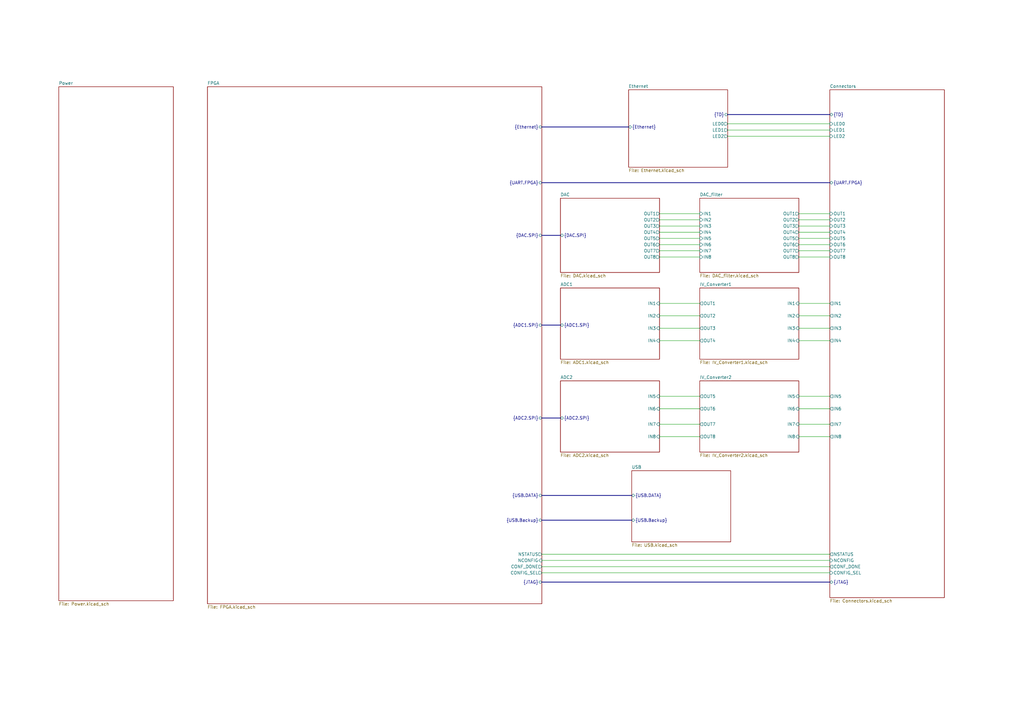
<source format=kicad_sch>
(kicad_sch
	(version 20250114)
	(generator "eeschema")
	(generator_version "9.0")
	(uuid "f9212dfc-041d-4735-9909-f0710f989c56")
	(paper "A3")
	(lib_symbols)
	(bus
		(pts
			(xy 222.25 171.45) (xy 229.87 171.45)
		)
		(stroke
			(width 0)
			(type default)
		)
		(uuid "0a11bb22-1064-4b16-9fcb-dd640c9f1b8b")
	)
	(bus
		(pts
			(xy 222.25 96.52) (xy 229.87 96.52)
		)
		(stroke
			(width 0)
			(type default)
		)
		(uuid "0ff81704-d397-49fb-9aee-1e69358f6984")
	)
	(wire
		(pts
			(xy 327.66 97.79) (xy 340.36 97.79)
		)
		(stroke
			(width 0)
			(type default)
		)
		(uuid "120f3777-b5a0-4e6b-877e-e54a46d92658")
	)
	(bus
		(pts
			(xy 222.25 74.93) (xy 340.36 74.93)
		)
		(stroke
			(width 0)
			(type default)
		)
		(uuid "17e4302f-3d0f-41f7-a5a2-a5d385c96cb8")
	)
	(wire
		(pts
			(xy 270.51 124.46) (xy 287.02 124.46)
		)
		(stroke
			(width 0)
			(type default)
		)
		(uuid "1e35bf3b-61a6-472b-b4fe-5cb013b8d8ca")
	)
	(bus
		(pts
			(xy 222.25 238.76) (xy 340.36 238.76)
		)
		(stroke
			(width 0)
			(type default)
		)
		(uuid "1eb35681-fd39-4823-94ef-cee4a8da73af")
	)
	(bus
		(pts
			(xy 222.25 203.2) (xy 259.08 203.2)
		)
		(stroke
			(width 0)
			(type default)
		)
		(uuid "2d06e4a2-70f2-49ed-b797-6803137f2fdb")
	)
	(wire
		(pts
			(xy 270.51 139.7) (xy 287.02 139.7)
		)
		(stroke
			(width 0)
			(type default)
		)
		(uuid "2eb01f25-2515-4187-9f07-9235bc4d39e1")
	)
	(bus
		(pts
			(xy 222.25 133.35) (xy 229.87 133.35)
		)
		(stroke
			(width 0)
			(type default)
		)
		(uuid "3038fe29-1716-47a4-9efa-26de2b931257")
	)
	(wire
		(pts
			(xy 270.51 173.99) (xy 287.02 173.99)
		)
		(stroke
			(width 0)
			(type default)
		)
		(uuid "3def6fc3-e816-47e4-a624-9769e0d04331")
	)
	(wire
		(pts
			(xy 298.45 55.88) (xy 340.36 55.88)
		)
		(stroke
			(width 0)
			(type default)
		)
		(uuid "3e70a940-3066-42e8-8e81-7a1325a1b34a")
	)
	(wire
		(pts
			(xy 270.51 105.41) (xy 287.02 105.41)
		)
		(stroke
			(width 0)
			(type default)
		)
		(uuid "3f281e84-ed20-4397-9226-9798e47f5f39")
	)
	(wire
		(pts
			(xy 327.66 102.87) (xy 340.36 102.87)
		)
		(stroke
			(width 0)
			(type default)
		)
		(uuid "414d2862-7862-4d17-a9a5-2379bc238b27")
	)
	(wire
		(pts
			(xy 222.25 232.41) (xy 340.36 232.41)
		)
		(stroke
			(width 0)
			(type default)
		)
		(uuid "4708c948-57f8-4b17-acbe-2f0b6308bf11")
	)
	(wire
		(pts
			(xy 270.51 134.62) (xy 287.02 134.62)
		)
		(stroke
			(width 0)
			(type default)
		)
		(uuid "49d61988-5b2f-4059-9764-5e8916bf4adc")
	)
	(wire
		(pts
			(xy 222.25 229.87) (xy 340.36 229.87)
		)
		(stroke
			(width 0)
			(type default)
		)
		(uuid "4f5026a2-b6a1-4928-85bd-53d2bfe5f795")
	)
	(wire
		(pts
			(xy 327.66 167.64) (xy 340.36 167.64)
		)
		(stroke
			(width 0)
			(type default)
		)
		(uuid "55787439-5f69-4ce6-bf4c-b10811b9f05f")
	)
	(wire
		(pts
			(xy 270.51 97.79) (xy 287.02 97.79)
		)
		(stroke
			(width 0)
			(type default)
		)
		(uuid "5b1e43c1-7cb3-40c3-9938-0883fd5ca988")
	)
	(wire
		(pts
			(xy 327.66 134.62) (xy 340.36 134.62)
		)
		(stroke
			(width 0)
			(type default)
		)
		(uuid "5c67e2b7-1540-40e6-8b27-64277f3a5cf1")
	)
	(wire
		(pts
			(xy 270.51 102.87) (xy 287.02 102.87)
		)
		(stroke
			(width 0)
			(type default)
		)
		(uuid "6257a765-2d5f-4e72-a15a-1f22eb7f9198")
	)
	(wire
		(pts
			(xy 270.51 92.71) (xy 287.02 92.71)
		)
		(stroke
			(width 0)
			(type default)
		)
		(uuid "6793b541-29b8-4e21-94c1-5f4fe49f81c8")
	)
	(wire
		(pts
			(xy 327.66 100.33) (xy 340.36 100.33)
		)
		(stroke
			(width 0)
			(type default)
		)
		(uuid "68af76ee-d6e3-4b9a-968c-1869ba9871d8")
	)
	(wire
		(pts
			(xy 270.51 179.07) (xy 287.02 179.07)
		)
		(stroke
			(width 0)
			(type default)
		)
		(uuid "6ba379f1-da90-4f40-9665-81712a386217")
	)
	(wire
		(pts
			(xy 327.66 90.17) (xy 340.36 90.17)
		)
		(stroke
			(width 0)
			(type default)
		)
		(uuid "70cbc6cf-ddf2-4cc0-bb5e-59c47a1b0479")
	)
	(wire
		(pts
			(xy 327.66 129.54) (xy 340.36 129.54)
		)
		(stroke
			(width 0)
			(type default)
		)
		(uuid "75293ce6-e705-41bd-85ee-89f566ef8066")
	)
	(bus
		(pts
			(xy 222.25 213.36) (xy 259.08 213.36)
		)
		(stroke
			(width 0)
			(type default)
		)
		(uuid "7793a241-e61d-4499-9cc5-ff57f1191fc3")
	)
	(wire
		(pts
			(xy 298.45 50.8) (xy 340.36 50.8)
		)
		(stroke
			(width 0)
			(type default)
		)
		(uuid "7905a0cb-dfbe-4a84-8016-5300dcd0dfe9")
	)
	(bus
		(pts
			(xy 222.25 52.07) (xy 257.81 52.07)
		)
		(stroke
			(width 0)
			(type default)
		)
		(uuid "7a3964d4-e8c6-43b8-a06b-16223af92840")
	)
	(wire
		(pts
			(xy 327.66 95.25) (xy 340.36 95.25)
		)
		(stroke
			(width 0)
			(type default)
		)
		(uuid "7a687c8f-1b96-4807-85e3-a8c3675d90dc")
	)
	(wire
		(pts
			(xy 270.51 95.25) (xy 287.02 95.25)
		)
		(stroke
			(width 0)
			(type default)
		)
		(uuid "83a90cdc-4aa1-49c2-b7e6-74ab66dd360b")
	)
	(wire
		(pts
			(xy 270.51 90.17) (xy 287.02 90.17)
		)
		(stroke
			(width 0)
			(type default)
		)
		(uuid "8f45872f-50c7-46a9-beef-49860095b67d")
	)
	(wire
		(pts
			(xy 270.51 129.54) (xy 287.02 129.54)
		)
		(stroke
			(width 0)
			(type default)
		)
		(uuid "9113d1cf-69c3-4bfe-b638-23c027797534")
	)
	(bus
		(pts
			(xy 298.45 46.99) (xy 340.36 46.99)
		)
		(stroke
			(width 0)
			(type default)
		)
		(uuid "928a3bf0-f51e-48dd-bbf1-fadb728512b0")
	)
	(wire
		(pts
			(xy 327.66 87.63) (xy 340.36 87.63)
		)
		(stroke
			(width 0)
			(type default)
		)
		(uuid "a633b474-4b23-4389-906b-8b89164634bd")
	)
	(wire
		(pts
			(xy 270.51 87.63) (xy 287.02 87.63)
		)
		(stroke
			(width 0)
			(type default)
		)
		(uuid "a654bd39-ca3c-49a1-9440-ed9e73aa33ed")
	)
	(wire
		(pts
			(xy 327.66 105.41) (xy 340.36 105.41)
		)
		(stroke
			(width 0)
			(type default)
		)
		(uuid "afae3461-fce6-48a2-bfc2-47ea9706e217")
	)
	(wire
		(pts
			(xy 327.66 92.71) (xy 340.36 92.71)
		)
		(stroke
			(width 0)
			(type default)
		)
		(uuid "bc0a51cc-7598-4431-8e69-36c79b88c867")
	)
	(wire
		(pts
			(xy 327.66 173.99) (xy 340.36 173.99)
		)
		(stroke
			(width 0)
			(type default)
		)
		(uuid "c77aa71c-f201-42fb-8cec-51b48086e79d")
	)
	(wire
		(pts
			(xy 222.25 227.33) (xy 340.36 227.33)
		)
		(stroke
			(width 0)
			(type default)
		)
		(uuid "d564550a-0c3c-49ba-9419-fa3bfe6f8f2d")
	)
	(wire
		(pts
			(xy 270.51 167.64) (xy 287.02 167.64)
		)
		(stroke
			(width 0)
			(type default)
		)
		(uuid "d5935b5c-0bfc-4da2-add1-92318135fc79")
	)
	(wire
		(pts
			(xy 270.51 100.33) (xy 287.02 100.33)
		)
		(stroke
			(width 0)
			(type default)
		)
		(uuid "e2fdcc8e-4244-46ae-bfba-d6d6a37a572b")
	)
	(wire
		(pts
			(xy 327.66 124.46) (xy 340.36 124.46)
		)
		(stroke
			(width 0)
			(type default)
		)
		(uuid "e384541d-9138-4f44-8d69-9f2fe02bfdf0")
	)
	(wire
		(pts
			(xy 327.66 179.07) (xy 340.36 179.07)
		)
		(stroke
			(width 0)
			(type default)
		)
		(uuid "e78fdb46-7720-4df4-946c-606c7157be1b")
	)
	(wire
		(pts
			(xy 270.51 162.56) (xy 287.02 162.56)
		)
		(stroke
			(width 0)
			(type default)
		)
		(uuid "ea309bb6-62dc-4c87-b0a2-de64b4bdde86")
	)
	(wire
		(pts
			(xy 327.66 162.56) (xy 340.36 162.56)
		)
		(stroke
			(width 0)
			(type default)
		)
		(uuid "ead291ef-4808-4b79-b34e-ca23d4ee69e2")
	)
	(wire
		(pts
			(xy 298.45 53.34) (xy 340.36 53.34)
		)
		(stroke
			(width 0)
			(type default)
		)
		(uuid "f3262892-32b0-4dbb-aedf-ccafa37a1dce")
	)
	(wire
		(pts
			(xy 327.66 139.7) (xy 340.36 139.7)
		)
		(stroke
			(width 0)
			(type default)
		)
		(uuid "f79d5ef6-757b-431a-ae56-f5abb3a6a9ae")
	)
	(wire
		(pts
			(xy 222.25 234.95) (xy 340.36 234.95)
		)
		(stroke
			(width 0)
			(type default)
		)
		(uuid "fe05a90f-e70d-4918-9829-55aa339d3450")
	)
	(sheet
		(at 85.09 35.56)
		(size 137.16 212.09)
		(exclude_from_sim no)
		(in_bom yes)
		(on_board yes)
		(dnp no)
		(fields_autoplaced yes)
		(stroke
			(width 0.1524)
			(type solid)
		)
		(fill
			(color 0 0 0 0.0000)
		)
		(uuid "0bea8b33-70f7-432a-b288-54ca96e2b91f")
		(property "Sheetname" "FPGA"
			(at 85.09 34.8484 0)
			(effects
				(font
					(size 1.27 1.27)
				)
				(justify left bottom)
			)
		)
		(property "Sheetfile" "FPGA.kicad_sch"
			(at 85.09 248.2346 0)
			(effects
				(font
					(size 1.27 1.27)
				)
				(justify left top)
			)
		)
		(pin "CONFIG_SEL" output
			(at 222.25 234.95 0)
			(uuid "920ecf7d-5b20-4f7e-a571-938ec51c43f6")
			(effects
				(font
					(size 1.27 1.27)
				)
				(justify right)
			)
		)
		(pin "CONF_DONE" output
			(at 222.25 232.41 0)
			(uuid "d5c0bf95-a4f2-435f-ac01-fdb218322d01")
			(effects
				(font
					(size 1.27 1.27)
				)
				(justify right)
			)
		)
		(pin "NCONFIG" input
			(at 222.25 229.87 0)
			(uuid "cd438183-ee2e-4c44-ab63-5e977ebeda34")
			(effects
				(font
					(size 1.27 1.27)
				)
				(justify right)
			)
		)
		(pin "NSTATUS" output
			(at 222.25 227.33 0)
			(uuid "ee08284b-09ca-4ff9-be67-28f907a4fdb1")
			(effects
				(font
					(size 1.27 1.27)
				)
				(justify right)
			)
		)
		(pin "{JTAG}" bidirectional
			(at 222.25 238.76 0)
			(uuid "f32c50cf-fd98-445f-8e51-1e2bb1c2b454")
			(effects
				(font
					(size 1.27 1.27)
				)
				(justify right)
			)
		)
		(pin "{DAC.SPI}" bidirectional
			(at 222.25 96.52 0)
			(uuid "fa99e56f-8800-44b3-9886-2e88e2f9606d")
			(effects
				(font
					(size 1.27 1.27)
				)
				(justify right)
			)
		)
		(pin "{ADC2.SPI}" bidirectional
			(at 222.25 171.45 0)
			(uuid "abeebab5-b443-40fc-bce3-638949eaa5cb")
			(effects
				(font
					(size 1.27 1.27)
				)
				(justify right)
			)
		)
		(pin "{Ethernet}" bidirectional
			(at 222.25 52.07 0)
			(uuid "200a889e-1c73-4ca4-a2e7-3dd487cf491d")
			(effects
				(font
					(size 1.27 1.27)
				)
				(justify right)
			)
		)
		(pin "{ADC1.SPI}" bidirectional
			(at 222.25 133.35 0)
			(uuid "b62caaf9-3ef8-4be3-9ec2-f8fca9eb22c2")
			(effects
				(font
					(size 1.27 1.27)
				)
				(justify right)
			)
		)
		(pin "{USB.DATA}" bidirectional
			(at 222.25 203.2 0)
			(uuid "f90c2d2e-59fe-4b67-8467-e0a6cf2b147b")
			(effects
				(font
					(size 1.27 1.27)
				)
				(justify right)
			)
		)
		(pin "{USB.Backup}" bidirectional
			(at 222.25 213.36 0)
			(uuid "8f4d4c10-bf74-4782-9686-5287049505dc")
			(effects
				(font
					(size 1.27 1.27)
				)
				(justify right)
			)
		)
		(pin "{UART.FPGA}" bidirectional
			(at 222.25 74.93 0)
			(uuid "b593f2e9-1e1d-446c-a7ab-66a97ad62434")
			(effects
				(font
					(size 1.27 1.27)
				)
				(justify right)
			)
		)
		(instances
			(project "Nanopipets"
				(path "/f9212dfc-041d-4735-9909-f0710f989c56"
					(page "9")
				)
			)
		)
	)
	(sheet
		(at 287.02 156.21)
		(size 40.64 29.21)
		(exclude_from_sim no)
		(in_bom yes)
		(on_board yes)
		(dnp no)
		(fields_autoplaced yes)
		(stroke
			(width 0.1524)
			(type solid)
		)
		(fill
			(color 0 0 0 0.0000)
		)
		(uuid "1b58aa1c-e8f6-45e9-b7a4-c346248807ec")
		(property "Sheetname" "IV_Converter2"
			(at 287.02 155.4984 0)
			(effects
				(font
					(size 1.27 1.27)
				)
				(justify left bottom)
			)
		)
		(property "Sheetfile" "IV_Converter2.kicad_sch"
			(at 287.02 186.0046 0)
			(effects
				(font
					(size 1.27 1.27)
				)
				(justify left top)
			)
		)
		(pin "IN5" input
			(at 327.66 162.56 0)
			(uuid "e9cbc221-147e-496d-ad20-6246f2d40d1f")
			(effects
				(font
					(size 1.27 1.27)
				)
				(justify right)
			)
		)
		(pin "IN6" input
			(at 327.66 167.64 0)
			(uuid "cc5b731b-1ac5-491b-8fff-cc92d2094bae")
			(effects
				(font
					(size 1.27 1.27)
				)
				(justify right)
			)
		)
		(pin "IN7" input
			(at 327.66 173.99 0)
			(uuid "ead6d186-ae41-44d7-8e0a-7022afcd8a1d")
			(effects
				(font
					(size 1.27 1.27)
				)
				(justify right)
			)
		)
		(pin "IN8" input
			(at 327.66 179.07 0)
			(uuid "6956e4cc-0443-4aea-a6d6-523201b2f774")
			(effects
				(font
					(size 1.27 1.27)
				)
				(justify right)
			)
		)
		(pin "OUT5" output
			(at 287.02 162.56 180)
			(uuid "d894e4ac-bdfc-4017-8d1c-8b4e9d8f888c")
			(effects
				(font
					(size 1.27 1.27)
				)
				(justify left)
			)
		)
		(pin "OUT6" output
			(at 287.02 167.64 180)
			(uuid "40b688b6-acb4-41e8-887e-7a585e01ec68")
			(effects
				(font
					(size 1.27 1.27)
				)
				(justify left)
			)
		)
		(pin "OUT7" output
			(at 287.02 173.99 180)
			(uuid "7cb9099b-0761-4b63-82d6-010905fb70cf")
			(effects
				(font
					(size 1.27 1.27)
				)
				(justify left)
			)
		)
		(pin "OUT8" output
			(at 287.02 179.07 180)
			(uuid "958710a6-b439-4cb9-8ade-5f5022126f32")
			(effects
				(font
					(size 1.27 1.27)
				)
				(justify left)
			)
		)
		(instances
			(project "Nanopipets"
				(path "/f9212dfc-041d-4735-9909-f0710f989c56"
					(page "5")
				)
			)
		)
	)
	(sheet
		(at 340.36 36.83)
		(size 46.99 208.28)
		(exclude_from_sim no)
		(in_bom yes)
		(on_board yes)
		(dnp no)
		(fields_autoplaced yes)
		(stroke
			(width 0.1524)
			(type solid)
		)
		(fill
			(color 0 0 0 0.0000)
		)
		(uuid "3edbdbf2-2dd7-48cf-a6e3-8e4bae1921b5")
		(property "Sheetname" "Connectors"
			(at 340.36 36.1184 0)
			(effects
				(font
					(size 1.27 1.27)
				)
				(justify left bottom)
			)
		)
		(property "Sheetfile" "Connectors.kicad_sch"
			(at 340.36 245.6946 0)
			(effects
				(font
					(size 1.27 1.27)
				)
				(justify left top)
			)
		)
		(pin "CONFIG_SEL" input
			(at 340.36 234.95 180)
			(uuid "0a3e312d-e411-4a2a-b4cc-efeff48c119c")
			(effects
				(font
					(size 1.27 1.27)
				)
				(justify left)
			)
		)
		(pin "CONF_DONE" output
			(at 340.36 232.41 180)
			(uuid "e4eb2cd6-7061-4e4c-b230-3657d8e43fe6")
			(effects
				(font
					(size 1.27 1.27)
				)
				(justify left)
			)
		)
		(pin "NCONFIG" input
			(at 340.36 229.87 180)
			(uuid "c5624814-263c-4516-8c65-d4a4087331a2")
			(effects
				(font
					(size 1.27 1.27)
				)
				(justify left)
			)
		)
		(pin "NSTATUS" output
			(at 340.36 227.33 180)
			(uuid "b0fa7102-b0a4-4a6c-852e-d32551b56fe1")
			(effects
				(font
					(size 1.27 1.27)
				)
				(justify left)
			)
		)
		(pin "{JTAG}" bidirectional
			(at 340.36 238.76 180)
			(uuid "4c83031f-cf6b-474a-b665-3657d542e894")
			(effects
				(font
					(size 1.27 1.27)
				)
				(justify left)
			)
		)
		(pin "OUT1" input
			(at 340.36 87.63 180)
			(uuid "ad38dd86-d709-428c-bfdd-f4bc35b6f480")
			(effects
				(font
					(size 1.27 1.27)
				)
				(justify left)
			)
		)
		(pin "OUT2" input
			(at 340.36 90.17 180)
			(uuid "6f312943-86c2-40b1-a1b2-a0468ebc7306")
			(effects
				(font
					(size 1.27 1.27)
				)
				(justify left)
			)
		)
		(pin "OUT3" input
			(at 340.36 92.71 180)
			(uuid "4d98b9b4-556b-4c3f-8404-1a720b948536")
			(effects
				(font
					(size 1.27 1.27)
				)
				(justify left)
			)
		)
		(pin "OUT4" input
			(at 340.36 95.25 180)
			(uuid "aeea3511-cfd1-4357-996b-799a22c56b34")
			(effects
				(font
					(size 1.27 1.27)
				)
				(justify left)
			)
		)
		(pin "OUT5" input
			(at 340.36 97.79 180)
			(uuid "23e7663d-c5b8-4e1c-84bd-bd7ef495b5b3")
			(effects
				(font
					(size 1.27 1.27)
				)
				(justify left)
			)
		)
		(pin "OUT6" input
			(at 340.36 100.33 180)
			(uuid "023e6223-7532-4dc0-a2e3-4adb06e8e77c")
			(effects
				(font
					(size 1.27 1.27)
				)
				(justify left)
			)
		)
		(pin "OUT7" input
			(at 340.36 102.87 180)
			(uuid "ed6598c6-1bbe-4b42-bdbd-f43482bbe3e6")
			(effects
				(font
					(size 1.27 1.27)
				)
				(justify left)
			)
		)
		(pin "OUT8" input
			(at 340.36 105.41 180)
			(uuid "1af86abd-bd65-4e75-a06c-f916f0577bf3")
			(effects
				(font
					(size 1.27 1.27)
				)
				(justify left)
			)
		)
		(pin "IN1" output
			(at 340.36 124.46 180)
			(uuid "973b2c50-a6a5-4bd8-b23b-970432711820")
			(effects
				(font
					(size 1.27 1.27)
				)
				(justify left)
			)
		)
		(pin "IN2" output
			(at 340.36 129.54 180)
			(uuid "5ae33da8-01b3-4964-beb6-10a8087a3820")
			(effects
				(font
					(size 1.27 1.27)
				)
				(justify left)
			)
		)
		(pin "IN3" output
			(at 340.36 134.62 180)
			(uuid "ad4b4dca-3f37-4fd1-a82f-fd161b86986e")
			(effects
				(font
					(size 1.27 1.27)
				)
				(justify left)
			)
		)
		(pin "IN4" output
			(at 340.36 139.7 180)
			(uuid "f63fdc60-1567-4f53-8370-0ceaa906cc0e")
			(effects
				(font
					(size 1.27 1.27)
				)
				(justify left)
			)
		)
		(pin "IN5" output
			(at 340.36 162.56 180)
			(uuid "09a5f63d-18c6-4fca-b3d2-3edd06466b51")
			(effects
				(font
					(size 1.27 1.27)
				)
				(justify left)
			)
		)
		(pin "IN6" output
			(at 340.36 167.64 180)
			(uuid "b2d71553-fb8d-481d-a277-8cb9f347a7c4")
			(effects
				(font
					(size 1.27 1.27)
				)
				(justify left)
			)
		)
		(pin "IN7" output
			(at 340.36 173.99 180)
			(uuid "2847ea59-e7e9-4ccb-8a04-ee2628eac1df")
			(effects
				(font
					(size 1.27 1.27)
				)
				(justify left)
			)
		)
		(pin "IN8" output
			(at 340.36 179.07 180)
			(uuid "5a5d437e-e977-4e88-8acf-ea3bd369e932")
			(effects
				(font
					(size 1.27 1.27)
				)
				(justify left)
			)
		)
		(pin "LED0" input
			(at 340.36 50.8 180)
			(uuid "e2a656fe-5e8a-4ecd-9eda-3401bf1bed11")
			(effects
				(font
					(size 1.27 1.27)
				)
				(justify left)
			)
		)
		(pin "LED1" input
			(at 340.36 53.34 180)
			(uuid "160ba41c-b516-44a7-ae05-3c29b03977cb")
			(effects
				(font
					(size 1.27 1.27)
				)
				(justify left)
			)
		)
		(pin "LED2" input
			(at 340.36 55.88 180)
			(uuid "46a7d41b-e6ed-4197-9cc0-d0a77335661a")
			(effects
				(font
					(size 1.27 1.27)
				)
				(justify left)
			)
		)
		(pin "{TD}" bidirectional
			(at 340.36 46.99 180)
			(uuid "c1611435-c8c7-4c73-91fe-09809dc8fa78")
			(effects
				(font
					(size 1.27 1.27)
				)
				(justify left)
			)
		)
		(pin "{UART.FPGA}" bidirectional
			(at 340.36 74.93 180)
			(uuid "d1ee9404-dfe9-4335-a618-b8981d4e3811")
			(effects
				(font
					(size 1.27 1.27)
				)
				(justify left)
			)
		)
		(instances
			(project "Nanopipets"
				(path "/f9212dfc-041d-4735-9909-f0710f989c56"
					(page "12")
				)
			)
		)
	)
	(sheet
		(at 287.02 118.11)
		(size 40.64 29.21)
		(exclude_from_sim no)
		(in_bom yes)
		(on_board yes)
		(dnp no)
		(fields_autoplaced yes)
		(stroke
			(width 0.1524)
			(type solid)
		)
		(fill
			(color 0 0 0 0.0000)
		)
		(uuid "6200e73e-29f9-4c03-b4c6-02c5c59af200")
		(property "Sheetname" "IV_Converter1"
			(at 287.02 117.3984 0)
			(effects
				(font
					(size 1.27 1.27)
				)
				(justify left bottom)
			)
		)
		(property "Sheetfile" "IV_Converter1.kicad_sch"
			(at 287.02 147.9046 0)
			(effects
				(font
					(size 1.27 1.27)
				)
				(justify left top)
			)
		)
		(pin "IN1" input
			(at 327.66 124.46 0)
			(uuid "c8f05603-753c-4fec-9d71-adefd3846230")
			(effects
				(font
					(size 1.27 1.27)
				)
				(justify right)
			)
		)
		(pin "IN2" input
			(at 327.66 129.54 0)
			(uuid "23a47ae4-ef66-4017-8146-3d620a651b03")
			(effects
				(font
					(size 1.27 1.27)
				)
				(justify right)
			)
		)
		(pin "IN3" input
			(at 327.66 134.62 0)
			(uuid "296d6534-9189-4214-bf6d-e631a172fd2f")
			(effects
				(font
					(size 1.27 1.27)
				)
				(justify right)
			)
		)
		(pin "IN4" input
			(at 327.66 139.7 0)
			(uuid "943f0551-87a3-408f-bab8-4bfc680a07c9")
			(effects
				(font
					(size 1.27 1.27)
				)
				(justify right)
			)
		)
		(pin "OUT1" output
			(at 287.02 124.46 180)
			(uuid "2c8936b7-531b-4cf1-93d5-0b1b025aa2a8")
			(effects
				(font
					(size 1.27 1.27)
				)
				(justify left)
			)
		)
		(pin "OUT2" output
			(at 287.02 129.54 180)
			(uuid "b321a0ed-d403-4a0f-8599-04b948d0b091")
			(effects
				(font
					(size 1.27 1.27)
				)
				(justify left)
			)
		)
		(pin "OUT3" output
			(at 287.02 134.62 180)
			(uuid "980f4eaa-3991-4a9c-b03e-504763d48663")
			(effects
				(font
					(size 1.27 1.27)
				)
				(justify left)
			)
		)
		(pin "OUT4" output
			(at 287.02 139.7 180)
			(uuid "3addec24-2ecc-4f58-b10d-8521f658a3ac")
			(effects
				(font
					(size 1.27 1.27)
				)
				(justify left)
			)
		)
		(instances
			(project "Nanopipets"
				(path "/f9212dfc-041d-4735-9909-f0710f989c56"
					(page "3")
				)
			)
		)
	)
	(sheet
		(at 24.13 35.56)
		(size 46.99 210.82)
		(exclude_from_sim no)
		(in_bom yes)
		(on_board yes)
		(dnp no)
		(fields_autoplaced yes)
		(stroke
			(width 0.1524)
			(type solid)
		)
		(fill
			(color 0 0 0 0.0000)
		)
		(uuid "914c41c5-8a16-4324-8b82-5575c9a5ca06")
		(property "Sheetname" "Power"
			(at 24.13 34.8484 0)
			(effects
				(font
					(size 1.27 1.27)
				)
				(justify left bottom)
			)
		)
		(property "Sheetfile" "Power.kicad_sch"
			(at 24.13 246.9646 0)
			(effects
				(font
					(size 1.27 1.27)
				)
				(justify left top)
			)
		)
		(instances
			(project "Nanopipets"
				(path "/f9212dfc-041d-4735-9909-f0710f989c56"
					(page "2")
				)
			)
		)
	)
	(sheet
		(at 229.87 81.28)
		(size 40.64 30.48)
		(exclude_from_sim no)
		(in_bom yes)
		(on_board yes)
		(dnp no)
		(fields_autoplaced yes)
		(stroke
			(width 0.1524)
			(type solid)
		)
		(fill
			(color 0 0 0 0.0000)
		)
		(uuid "ae615188-f03b-4d22-b182-4724bb6c0b06")
		(property "Sheetname" "DAC"
			(at 229.87 80.5684 0)
			(effects
				(font
					(size 1.27 1.27)
				)
				(justify left bottom)
			)
		)
		(property "Sheetfile" "DAC.kicad_sch"
			(at 229.87 112.3446 0)
			(effects
				(font
					(size 1.27 1.27)
				)
				(justify left top)
			)
		)
		(pin "OUT1" output
			(at 270.51 87.63 0)
			(uuid "33ee5feb-2aca-437f-9b59-08f7e97e06a3")
			(effects
				(font
					(size 1.27 1.27)
				)
				(justify right)
			)
		)
		(pin "OUT2" output
			(at 270.51 90.17 0)
			(uuid "e6d6b170-ea87-41da-81c9-5440781dd6c9")
			(effects
				(font
					(size 1.27 1.27)
				)
				(justify right)
			)
		)
		(pin "OUT3" output
			(at 270.51 92.71 0)
			(uuid "fb6b42b4-f5b4-4150-ab34-4d5a5d528688")
			(effects
				(font
					(size 1.27 1.27)
				)
				(justify right)
			)
		)
		(pin "OUT4" output
			(at 270.51 95.25 0)
			(uuid "07bde498-5a98-4490-b7e6-bb5d1316270d")
			(effects
				(font
					(size 1.27 1.27)
				)
				(justify right)
			)
		)
		(pin "OUT5" output
			(at 270.51 97.79 0)
			(uuid "858d384c-716a-4ea1-b93e-77db88b20a03")
			(effects
				(font
					(size 1.27 1.27)
				)
				(justify right)
			)
		)
		(pin "OUT6" output
			(at 270.51 100.33 0)
			(uuid "63c423e3-6486-4fd8-96fd-814f710d27a2")
			(effects
				(font
					(size 1.27 1.27)
				)
				(justify right)
			)
		)
		(pin "OUT7" output
			(at 270.51 102.87 0)
			(uuid "65702e22-e718-45a3-aa9f-ca307d720693")
			(effects
				(font
					(size 1.27 1.27)
				)
				(justify right)
			)
		)
		(pin "OUT8" output
			(at 270.51 105.41 0)
			(uuid "296ccd0f-77a1-45fc-b774-f07543504925")
			(effects
				(font
					(size 1.27 1.27)
				)
				(justify right)
			)
		)
		(pin "{DAC.SPI}" bidirectional
			(at 229.87 96.52 180)
			(uuid "9a74dcd6-b0c7-4a23-b464-c175c247831a")
			(effects
				(font
					(size 1.27 1.27)
				)
				(justify left)
			)
		)
		(instances
			(project "Nanopipets"
				(path "/f9212dfc-041d-4735-9909-f0710f989c56"
					(page "7")
				)
			)
		)
	)
	(sheet
		(at 229.87 118.11)
		(size 40.64 29.21)
		(exclude_from_sim no)
		(in_bom yes)
		(on_board yes)
		(dnp no)
		(fields_autoplaced yes)
		(stroke
			(width 0.1524)
			(type solid)
		)
		(fill
			(color 0 0 0 0.0000)
		)
		(uuid "b5363dca-7132-458e-8e48-1e649ee97b5f")
		(property "Sheetname" "ADC1"
			(at 229.87 117.3984 0)
			(effects
				(font
					(size 1.27 1.27)
				)
				(justify left bottom)
			)
		)
		(property "Sheetfile" "ADC1.kicad_sch"
			(at 229.87 147.9046 0)
			(effects
				(font
					(size 1.27 1.27)
				)
				(justify left top)
			)
		)
		(pin "{ADC1.SPI}" bidirectional
			(at 229.87 133.35 180)
			(uuid "d0861796-387d-470c-9e76-0135e69fa5f8")
			(effects
				(font
					(size 1.27 1.27)
				)
				(justify left)
			)
		)
		(pin "IN1" input
			(at 270.51 124.46 0)
			(uuid "1a41961d-ced7-40cd-92ce-6761ddc28414")
			(effects
				(font
					(size 1.27 1.27)
				)
				(justify right)
			)
		)
		(pin "IN2" input
			(at 270.51 129.54 0)
			(uuid "c21fd743-fb2e-44ce-830e-2b2d68c45b7f")
			(effects
				(font
					(size 1.27 1.27)
				)
				(justify right)
			)
		)
		(pin "IN3" input
			(at 270.51 134.62 0)
			(uuid "6dfd5a95-5100-48ab-b0f9-bf2fde9682b7")
			(effects
				(font
					(size 1.27 1.27)
				)
				(justify right)
			)
		)
		(pin "IN4" input
			(at 270.51 139.7 0)
			(uuid "aee3054a-c195-4814-8a1e-4d8094522efa")
			(effects
				(font
					(size 1.27 1.27)
				)
				(justify right)
			)
		)
		(instances
			(project "Nanopipets"
				(path "/f9212dfc-041d-4735-9909-f0710f989c56"
					(page "4")
				)
			)
		)
	)
	(sheet
		(at 287.02 81.28)
		(size 40.64 30.48)
		(exclude_from_sim no)
		(in_bom yes)
		(on_board yes)
		(dnp no)
		(fields_autoplaced yes)
		(stroke
			(width 0.1524)
			(type solid)
		)
		(fill
			(color 0 0 0 0.0000)
		)
		(uuid "d55f713f-4c5a-4d7b-b68b-5af9e4549bd9")
		(property "Sheetname" "DAC_filter"
			(at 287.02 80.5684 0)
			(effects
				(font
					(size 1.27 1.27)
				)
				(justify left bottom)
			)
		)
		(property "Sheetfile" "DAC_filter.kicad_sch"
			(at 287.02 112.3446 0)
			(effects
				(font
					(size 1.27 1.27)
				)
				(justify left top)
			)
		)
		(pin "IN1" input
			(at 287.02 87.63 180)
			(uuid "7bbdfc2b-c3db-4679-acf6-c8b11c6ccd39")
			(effects
				(font
					(size 1.27 1.27)
				)
				(justify left)
			)
		)
		(pin "IN2" input
			(at 287.02 90.17 180)
			(uuid "7bb2a00b-f2f3-4b77-abd4-4e7c34048523")
			(effects
				(font
					(size 1.27 1.27)
				)
				(justify left)
			)
		)
		(pin "IN3" input
			(at 287.02 92.71 180)
			(uuid "1b2311b1-d320-419d-8384-6f489d726c2b")
			(effects
				(font
					(size 1.27 1.27)
				)
				(justify left)
			)
		)
		(pin "IN4" input
			(at 287.02 95.25 180)
			(uuid "c8407a35-7432-4954-a7a6-3cea3e13673f")
			(effects
				(font
					(size 1.27 1.27)
				)
				(justify left)
			)
		)
		(pin "IN5" input
			(at 287.02 97.79 180)
			(uuid "e91a0874-34f0-4f09-8c78-96e442835e29")
			(effects
				(font
					(size 1.27 1.27)
				)
				(justify left)
			)
		)
		(pin "IN6" input
			(at 287.02 100.33 180)
			(uuid "ba6087dc-10ab-43fa-a755-81f39896e3b7")
			(effects
				(font
					(size 1.27 1.27)
				)
				(justify left)
			)
		)
		(pin "IN7" input
			(at 287.02 102.87 180)
			(uuid "2772a771-37b2-4118-a909-8a1eef67765c")
			(effects
				(font
					(size 1.27 1.27)
				)
				(justify left)
			)
		)
		(pin "OUT1" output
			(at 327.66 87.63 0)
			(uuid "33b0d6dc-f634-49ad-bcae-acc50efd60e5")
			(effects
				(font
					(size 1.27 1.27)
				)
				(justify right)
			)
		)
		(pin "OUT2" output
			(at 327.66 90.17 0)
			(uuid "5e0eb2e1-5ef1-49c0-b677-0bb44486569c")
			(effects
				(font
					(size 1.27 1.27)
				)
				(justify right)
			)
		)
		(pin "OUT3" output
			(at 327.66 92.71 0)
			(uuid "4fa3b6cc-6836-4818-82ef-da4fbf41f29e")
			(effects
				(font
					(size 1.27 1.27)
				)
				(justify right)
			)
		)
		(pin "OUT4" output
			(at 327.66 95.25 0)
			(uuid "902a8595-3ed9-4702-ac34-5323e6484b70")
			(effects
				(font
					(size 1.27 1.27)
				)
				(justify right)
			)
		)
		(pin "OUT5" output
			(at 327.66 97.79 0)
			(uuid "89082e6c-2f25-47fd-917b-c85412087a3a")
			(effects
				(font
					(size 1.27 1.27)
				)
				(justify right)
			)
		)
		(pin "OUT6" output
			(at 327.66 100.33 0)
			(uuid "a49a1f41-cf12-467b-8448-f8bfa1844997")
			(effects
				(font
					(size 1.27 1.27)
				)
				(justify right)
			)
		)
		(pin "OUT7" output
			(at 327.66 102.87 0)
			(uuid "c025bbc9-fa66-47a1-b419-1dd803d0fc48")
			(effects
				(font
					(size 1.27 1.27)
				)
				(justify right)
			)
		)
		(pin "IN8" input
			(at 287.02 105.41 180)
			(uuid "d7ed70c5-2f8e-48ac-b62f-5e7b5fb43372")
			(effects
				(font
					(size 1.27 1.27)
				)
				(justify left)
			)
		)
		(pin "OUT8" output
			(at 327.66 105.41 0)
			(uuid "cbd430cb-5d89-4f99-b32f-21c61fa71814")
			(effects
				(font
					(size 1.27 1.27)
				)
				(justify right)
			)
		)
		(instances
			(project "Nanopipets"
				(path "/f9212dfc-041d-4735-9909-f0710f989c56"
					(page "8")
				)
			)
		)
	)
	(sheet
		(at 229.87 156.21)
		(size 40.64 29.21)
		(exclude_from_sim no)
		(in_bom yes)
		(on_board yes)
		(dnp no)
		(fields_autoplaced yes)
		(stroke
			(width 0.1524)
			(type solid)
		)
		(fill
			(color 0 0 0 0.0000)
		)
		(uuid "d9bd73a9-cd35-4d02-9bb6-4085f26ff0df")
		(property "Sheetname" "ADC2"
			(at 229.87 155.4984 0)
			(effects
				(font
					(size 1.27 1.27)
				)
				(justify left bottom)
			)
		)
		(property "Sheetfile" "ADC2.kicad_sch"
			(at 229.87 186.0046 0)
			(effects
				(font
					(size 1.27 1.27)
				)
				(justify left top)
			)
		)
		(pin "{ADC2.SPI}" bidirectional
			(at 229.87 171.45 180)
			(uuid "243f83e4-40f3-455d-813b-6cdbeb39f30f")
			(effects
				(font
					(size 1.27 1.27)
				)
				(justify left)
			)
		)
		(pin "IN5" input
			(at 270.51 162.56 0)
			(uuid "081db5ec-0876-47ac-b3e2-bdaabd188520")
			(effects
				(font
					(size 1.27 1.27)
				)
				(justify right)
			)
		)
		(pin "IN6" input
			(at 270.51 167.64 0)
			(uuid "5c50beb8-31b9-4c72-92d8-4374a602adeb")
			(effects
				(font
					(size 1.27 1.27)
				)
				(justify right)
			)
		)
		(pin "IN7" input
			(at 270.51 173.99 0)
			(uuid "89ffbf75-b63d-4d32-8f40-8694dfe5966e")
			(effects
				(font
					(size 1.27 1.27)
				)
				(justify right)
			)
		)
		(pin "IN8" input
			(at 270.51 179.07 0)
			(uuid "12a20904-790f-4398-a856-cf3e89543b3f")
			(effects
				(font
					(size 1.27 1.27)
				)
				(justify right)
			)
		)
		(instances
			(project "Nanopipets"
				(path "/f9212dfc-041d-4735-9909-f0710f989c56"
					(page "6")
				)
			)
		)
	)
	(sheet
		(at 259.08 193.04)
		(size 40.64 29.21)
		(exclude_from_sim no)
		(in_bom yes)
		(on_board yes)
		(dnp no)
		(fields_autoplaced yes)
		(stroke
			(width 0.1524)
			(type solid)
		)
		(fill
			(color 0 0 0 0.0000)
		)
		(uuid "e7e854af-e580-483e-bac8-4b69cafb448e")
		(property "Sheetname" "USB"
			(at 259.08 192.3284 0)
			(effects
				(font
					(size 1.27 1.27)
				)
				(justify left bottom)
			)
		)
		(property "Sheetfile" "USB.kicad_sch"
			(at 259.08 222.8346 0)
			(effects
				(font
					(size 1.27 1.27)
				)
				(justify left top)
			)
		)
		(pin "{USB.Backup}" bidirectional
			(at 259.08 213.36 180)
			(uuid "6ecf5684-94a6-4d2b-a82a-498964b7c23d")
			(effects
				(font
					(size 1.27 1.27)
				)
				(justify left)
			)
		)
		(pin "{USB.DATA}" bidirectional
			(at 259.08 203.2 180)
			(uuid "a7b88b63-04b8-44ed-a52d-a95f967b26f4")
			(effects
				(font
					(size 1.27 1.27)
				)
				(justify left)
			)
		)
		(instances
			(project "Nanopipets"
				(path "/f9212dfc-041d-4735-9909-f0710f989c56"
					(page "11")
				)
			)
		)
	)
	(sheet
		(at 257.81 36.83)
		(size 40.64 31.75)
		(exclude_from_sim no)
		(in_bom yes)
		(on_board yes)
		(dnp no)
		(fields_autoplaced yes)
		(stroke
			(width 0.1524)
			(type solid)
		)
		(fill
			(color 0 0 0 0.0000)
		)
		(uuid "e9d8a85f-3f2d-4117-988d-fdabde479dba")
		(property "Sheetname" "Ethernet"
			(at 257.81 36.1184 0)
			(effects
				(font
					(size 1.27 1.27)
				)
				(justify left bottom)
			)
		)
		(property "Sheetfile" "Ethernet.kicad_sch"
			(at 257.81 69.1646 0)
			(effects
				(font
					(size 1.27 1.27)
				)
				(justify left top)
			)
		)
		(pin "{Ethernet}" bidirectional
			(at 257.81 52.07 180)
			(uuid "cceed73b-6025-4936-ae40-f109af73eb41")
			(effects
				(font
					(size 1.27 1.27)
				)
				(justify left)
			)
		)
		(pin "LED0" output
			(at 298.45 50.8 0)
			(uuid "5a157a2b-8ddf-401a-9fef-19931a4378b1")
			(effects
				(font
					(size 1.27 1.27)
				)
				(justify right)
			)
		)
		(pin "LED1" output
			(at 298.45 53.34 0)
			(uuid "73b90a3e-2dde-47b0-ba56-97cba4acdb73")
			(effects
				(font
					(size 1.27 1.27)
				)
				(justify right)
			)
		)
		(pin "LED2" output
			(at 298.45 55.88 0)
			(uuid "ed193644-f454-4f2a-abf8-b541ae7fee67")
			(effects
				(font
					(size 1.27 1.27)
				)
				(justify right)
			)
		)
		(pin "{TD}" bidirectional
			(at 298.45 46.99 0)
			(uuid "d7ef15f0-c8aa-46b2-aca9-a3c361cef697")
			(effects
				(font
					(size 1.27 1.27)
				)
				(justify right)
			)
		)
		(instances
			(project "Nanopipets"
				(path "/f9212dfc-041d-4735-9909-f0710f989c56"
					(page "10")
				)
			)
		)
	)
	(sheet_instances
		(path "/"
			(page "1")
		)
	)
	(embedded_fonts no)
)

</source>
